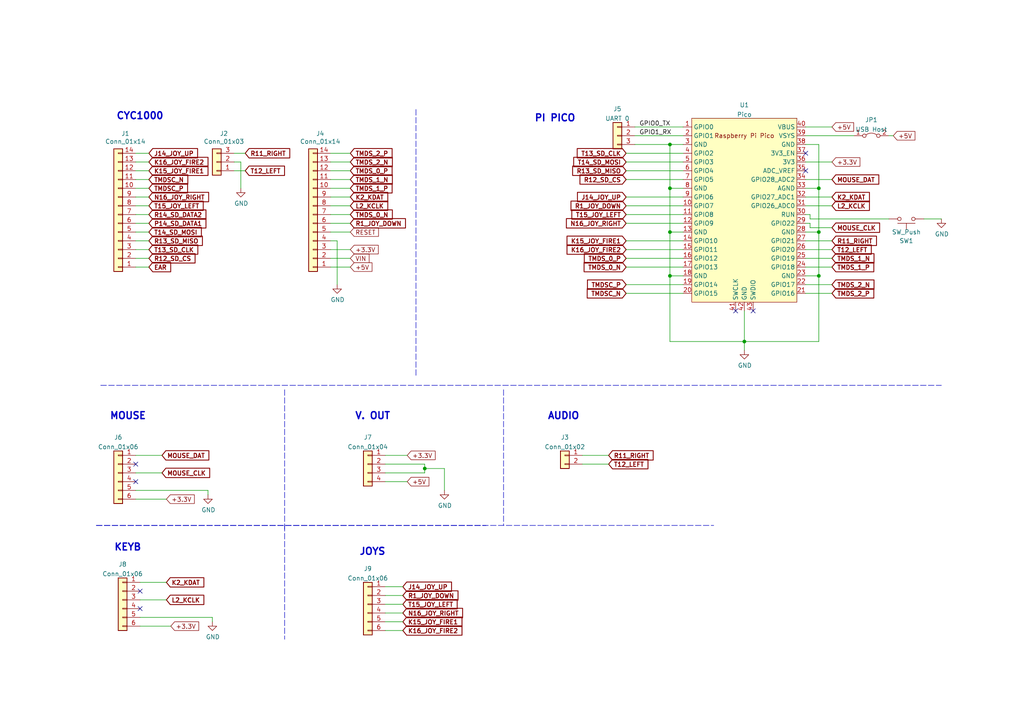
<source format=kicad_sch>
(kicad_sch (version 20211123) (generator eeschema)
  (paper "A4")
  (title_block (title "Atlas Pi Pico Adapter v0.2") (company "The Experiment Group"))
  (lib_symbols
    (symbol "Connector_Generic:Conn_01x02" (pin_names (offset 1.016) hide)
      (property "Reference" "J" (at 0 2.54 0))
      (property "Value" "Conn_01x02" (at 0 -5.08 0))
      (symbol "Conn_01x02_1_1"
        (rectangle (start -1.27 -2.413) (end 0 -2.667) (stroke (width 0.1524)))
        (rectangle (start -1.27 0.127) (end 0 -0.127) (stroke (width 0.1524)))
        (rectangle (start -1.27 1.27) (end 1.27 -3.81) (stroke (width 0.254)) (fill (type background)))
        (pin passive line (at -5.08 0 0) (length 3.81) (name "Pin_1") (number "1"))
        (pin passive line (at -5.08 -2.54 0) (length 3.81) (name "Pin_2") (number "2"))
      )
    )
    (symbol "Connector_Generic:Conn_01x03" (pin_names (offset 1.016) hide)
      (property "Reference" "J" (at 0 5.08 0))
      (property "Value" "Conn_01x03" (at 0 -5.08 0))
      (symbol "Conn_01x03_1_1"
        (rectangle (start -1.27 -2.413) (end 0 -2.667) (stroke (width 0.1524)))
        (rectangle (start -1.27 0.127) (end 0 -0.127) (stroke (width 0.1524)))
        (rectangle (start -1.27 2.667) (end 0 2.413) (stroke (width 0.1524)))
        (rectangle (start -1.27 3.81) (end 1.27 -3.81) (stroke (width 0.254)) (fill (type background)))
        (pin passive line (at -5.08 2.54 0) (length 3.81) (name "Pin_1") (number "1"))
        (pin passive line (at -5.08 0 0) (length 3.81) (name "Pin_2") (number "2"))
        (pin passive line (at -5.08 -2.54 0) (length 3.81) (name "Pin_3") (number "3"))
      )
    )
    (symbol "Connector_Generic:Conn_01x04" (pin_names (offset 1.016) hide)
      (property "Reference" "J" (at 0 5.08 0))
      (property "Value" "Conn_01x04" (at 0 -7.62 0))
      (symbol "Conn_01x04_1_1"
        (rectangle (start -1.27 -4.953) (end 0 -5.207) (stroke (width 0.1524)))
        (rectangle (start -1.27 -2.413) (end 0 -2.667) (stroke (width 0.1524)))
        (rectangle (start -1.27 0.127) (end 0 -0.127) (stroke (width 0.1524)))
        (rectangle (start -1.27 2.667) (end 0 2.413) (stroke (width 0.1524)))
        (rectangle (start -1.27 3.81) (end 1.27 -6.35) (stroke (width 0.254)) (fill (type background)))
        (pin passive line (at -5.08 2.54 0) (length 3.81) (name "Pin_1") (number "1"))
        (pin passive line (at -5.08 0 0) (length 3.81) (name "Pin_2") (number "2"))
        (pin passive line (at -5.08 -2.54 0) (length 3.81) (name "Pin_3") (number "3"))
        (pin passive line (at -5.08 -5.08 0) (length 3.81) (name "Pin_4") (number "4"))
      )
    )
    (symbol "Connector_Generic:Conn_01x06" (pin_names (offset 1.016) hide)
      (property "Reference" "J" (at 0 7.62 0))
      (property "Value" "Conn_01x06" (at 0 -10.16 0))
      (symbol "Conn_01x06_1_1"
        (rectangle (start -1.27 -7.493) (end 0 -7.747) (stroke (width 0.1524)))
        (rectangle (start -1.27 -4.953) (end 0 -5.207) (stroke (width 0.1524)))
        (rectangle (start -1.27 -2.413) (end 0 -2.667) (stroke (width 0.1524)))
        (rectangle (start -1.27 0.127) (end 0 -0.127) (stroke (width 0.1524)))
        (rectangle (start -1.27 2.667) (end 0 2.413) (stroke (width 0.1524)))
        (rectangle (start -1.27 5.207) (end 0 4.953) (stroke (width 0.1524)))
        (rectangle (start -1.27 6.35) (end 1.27 -8.89) (stroke (width 0.254)) (fill (type background)))
        (pin passive line (at -5.08 5.08 0) (length 3.81) (name "Pin_1") (number "1"))
        (pin passive line (at -5.08 2.54 0) (length 3.81) (name "Pin_2") (number "2"))
        (pin passive line (at -5.08 0 0) (length 3.81) (name "Pin_3") (number "3"))
        (pin passive line (at -5.08 -2.54 0) (length 3.81) (name "Pin_4") (number "4"))
        (pin passive line (at -5.08 -5.08 0) (length 3.81) (name "Pin_5") (number "5"))
        (pin passive line (at -5.08 -7.62 0) (length 3.81) (name "Pin_6") (number "6"))
      )
    )
    (symbol "Connector_Generic:Conn_01x14" (pin_names (offset 1.016) hide)
      (property "Reference" "J" (at 0 17.78 0))
      (property "Value" "Conn_01x14" (at 0 -20.32 0))
      (symbol "Conn_01x14_1_1"
        (rectangle (start -1.27 -17.653) (end 0 -17.907) (stroke (width 0.1524)))
        (rectangle (start -1.27 -15.113) (end 0 -15.367) (stroke (width 0.1524)))
        (rectangle (start -1.27 -12.573) (end 0 -12.827) (stroke (width 0.1524)))
        (rectangle (start -1.27 -10.033) (end 0 -10.287) (stroke (width 0.1524)))
        (rectangle (start -1.27 -7.493) (end 0 -7.747) (stroke (width 0.1524)))
        (rectangle (start -1.27 -4.953) (end 0 -5.207) (stroke (width 0.1524)))
        (rectangle (start -1.27 -2.413) (end 0 -2.667) (stroke (width 0.1524)))
        (rectangle (start -1.27 0.127) (end 0 -0.127) (stroke (width 0.1524)))
        (rectangle (start -1.27 2.667) (end 0 2.413) (stroke (width 0.1524)))
        (rectangle (start -1.27 5.207) (end 0 4.953) (stroke (width 0.1524)))
        (rectangle (start -1.27 7.747) (end 0 7.493) (stroke (width 0.1524)))
        (rectangle (start -1.27 10.287) (end 0 10.033) (stroke (width 0.1524)))
        (rectangle (start -1.27 12.827) (end 0 12.573) (stroke (width 0.1524)))
        (rectangle (start -1.27 15.367) (end 0 15.113) (stroke (width 0.1524)))
        (rectangle (start -1.27 16.51) (end 1.27 -19.05) (stroke (width 0.254)) (fill (type background)))
        (pin passive line (at -5.08 15.24 0) (length 3.81) (name "Pin_1") (number "1"))
        (pin passive line (at -5.08 -7.62 0) (length 3.81) (name "Pin_10") (number "10"))
        (pin passive line (at -5.08 -10.16 0) (length 3.81) (name "Pin_11") (number "11"))
        (pin passive line (at -5.08 -12.7 0) (length 3.81) (name "Pin_12") (number "12"))
        (pin passive line (at -5.08 -15.24 0) (length 3.81) (name "Pin_13") (number "13"))
        (pin passive line (at -5.08 -17.78 0) (length 3.81) (name "Pin_14") (number "14"))
        (pin passive line (at -5.08 12.7 0) (length 3.81) (name "Pin_2") (number "2"))
        (pin passive line (at -5.08 10.16 0) (length 3.81) (name "Pin_3") (number "3"))
        (pin passive line (at -5.08 7.62 0) (length 3.81) (name "Pin_4") (number "4"))
        (pin passive line (at -5.08 5.08 0) (length 3.81) (name "Pin_5") (number "5"))
        (pin passive line (at -5.08 2.54 0) (length 3.81) (name "Pin_6") (number "6"))
        (pin passive line (at -5.08 0 0) (length 3.81) (name "Pin_7") (number "7"))
        (pin passive line (at -5.08 -2.54 0) (length 3.81) (name "Pin_8") (number "8"))
        (pin passive line (at -5.08 -5.08 0) (length 3.81) (name "Pin_9") (number "9"))
      )
    )
    (symbol "Jumper:Jumper_2_Bridged" (pin_names (offset 0) hide)
      (property "Reference" "JP" (at 0 1.905 0))
      (property "Value" "Jumper_2_Bridged" (at 0 -2.54 0))
      (symbol "Jumper_2_Bridged_0_0"
        (circle (center -2.032 0) (radius 0.508))
        (circle (center 2.032 0) (radius 0.508))
      )
      (symbol "Jumper_2_Bridged_0_1"
        (arc (start 1.524 0.254) (mid 0 0.762) (end -1.524 0.254))
      )
      (symbol "Jumper_2_Bridged_1_1"
        (pin passive line (at -5.08 0 0) (length 2.54) (name "A") (number "1"))
        (pin passive line (at 5.08 0 180) (length 2.54) (name "B") (number "2"))
      )
    )
    (symbol "MCU_RaspberryPi_and_Boards:Pico"
      (property "Reference" "U" (at -13.97 27.94 0))
      (property "Value" "Pico" (at 0 19.05 0))
      (symbol "Pico_0_0"
        (text "Raspberry Pi Pico" (at 0 21.59 0) (effects (font (size 1.27 1.27))))
      )
      (symbol "Pico_0_1"
        (rectangle (start -15.24 26.67) (end 15.24 -26.67) (fill (type background)))
      )
      (symbol "Pico_1_1"
        (pin bidirectional line (at -17.78 24.13 0) (length 2.54) (name "GPIO0") (number "1"))
        (pin bidirectional line (at -17.78 1.27 0) (length 2.54) (name "GPIO7") (number "10"))
        (pin bidirectional line (at -17.78 -1.27 0) (length 2.54) (name "GPIO8") (number "11"))
        (pin bidirectional line (at -17.78 -3.81 0) (length 2.54) (name "GPIO9") (number "12"))
        (pin power_in line (at -17.78 -6.35 0) (length 2.54) (name "GND") (number "13"))
        (pin bidirectional line (at -17.78 -8.89 0) (length 2.54) (name "GPIO10") (number "14"))
        (pin bidirectional line (at -17.78 -11.43 0) (length 2.54) (name "GPIO11") (number "15"))
        (pin bidirectional line (at -17.78 -13.97 0) (length 2.54) (name "GPIO12") (number "16"))
        (pin bidirectional line (at -17.78 -16.51 0) (length 2.54) (name "GPIO13") (number "17"))
        (pin power_in line (at -17.78 -19.05 0) (length 2.54) (name "GND") (number "18"))
        (pin bidirectional line (at -17.78 -21.59 0) (length 2.54) (name "GPIO14") (number "19"))
        (pin bidirectional line (at -17.78 21.59 0) (length 2.54) (name "GPIO1") (number "2"))
        (pin bidirectional line (at -17.78 -24.13 0) (length 2.54) (name "GPIO15") (number "20"))
        (pin bidirectional line (at 17.78 -24.13 180) (length 2.54) (name "GPIO16") (number "21"))
        (pin bidirectional line (at 17.78 -21.59 180) (length 2.54) (name "GPIO17") (number "22"))
        (pin power_in line (at 17.78 -19.05 180) (length 2.54) (name "GND") (number "23"))
        (pin bidirectional line (at 17.78 -16.51 180) (length 2.54) (name "GPIO18") (number "24"))
        (pin bidirectional line (at 17.78 -13.97 180) (length 2.54) (name "GPIO19") (number "25"))
        (pin bidirectional line (at 17.78 -11.43 180) (length 2.54) (name "GPIO20") (number "26"))
        (pin bidirectional line (at 17.78 -8.89 180) (length 2.54) (name "GPIO21") (number "27"))
        (pin power_in line (at 17.78 -6.35 180) (length 2.54) (name "GND") (number "28"))
        (pin bidirectional line (at 17.78 -3.81 180) (length 2.54) (name "GPIO22") (number "29"))
        (pin power_in line (at -17.78 19.05 0) (length 2.54) (name "GND") (number "3"))
        (pin input line (at 17.78 -1.27 180) (length 2.54) (name "RUN") (number "30"))
        (pin bidirectional line (at 17.78 1.27 180) (length 2.54) (name "GPIO26_ADC0") (number "31"))
        (pin bidirectional line (at 17.78 3.81 180) (length 2.54) (name "GPIO27_ADC1") (number "32"))
        (pin power_in line (at 17.78 6.35 180) (length 2.54) (name "AGND") (number "33"))
        (pin bidirectional line (at 17.78 8.89 180) (length 2.54) (name "GPIO28_ADC2") (number "34"))
        (pin power_in line (at 17.78 11.43 180) (length 2.54) (name "ADC_VREF") (number "35"))
        (pin power_in line (at 17.78 13.97 180) (length 2.54) (name "3V3") (number "36"))
        (pin input line (at 17.78 16.51 180) (length 2.54) (name "3V3_EN") (number "37"))
        (pin bidirectional line (at 17.78 19.05 180) (length 2.54) (name "GND") (number "38"))
        (pin power_in line (at 17.78 21.59 180) (length 2.54) (name "VSYS") (number "39"))
        (pin bidirectional line (at -17.78 16.51 0) (length 2.54) (name "GPIO2") (number "4"))
        (pin power_in line (at 17.78 24.13 180) (length 2.54) (name "VBUS") (number "40"))
        (pin input line (at -2.54 -29.21 90) (length 2.54) (name "SWCLK") (number "41"))
        (pin power_in line (at 0 -29.21 90) (length 2.54) (name "GND") (number "42"))
        (pin bidirectional line (at 2.54 -29.21 90) (length 2.54) (name "SWDIO") (number "43"))
        (pin bidirectional line (at -17.78 13.97 0) (length 2.54) (name "GPIO3") (number "5"))
        (pin bidirectional line (at -17.78 11.43 0) (length 2.54) (name "GPIO4") (number "6"))
        (pin bidirectional line (at -17.78 8.89 0) (length 2.54) (name "GPIO5") (number "7"))
        (pin power_in line (at -17.78 6.35 0) (length 2.54) (name "GND") (number "8"))
        (pin bidirectional line (at -17.78 3.81 0) (length 2.54) (name "GPIO6") (number "9"))
      )
    )
    (symbol "Switch:SW_Push" (pin_numbers hide) (pin_names (offset 1.016) hide)
      (property "Reference" "SW" (at 1.27 2.54 0))
      (property "Value" "SW_Push" (at 0 -1.524 0))
      (symbol "SW_Push_0_1"
        (circle (center -2.032 0) (radius 0.508))
        (polyline (pts (xy 0 1.27) (xy 0 3.048)))
        (polyline (pts (xy 2.54 1.27) (xy -2.54 1.27)))
        (circle (center 2.032 0) (radius 0.508))
        (pin passive line (at -5.08 0 0) (length 2.54) (name "1") (number "1"))
        (pin passive line (at 5.08 0 180) (length 2.54) (name "2") (number "2"))
      )
    )
    (symbol "power:GND" (power) (pin_names (offset 0))
      (property "Value" "GND" (at 0 -3.81 0))
      (symbol "GND_0_1"
        (polyline (pts (xy 0 0) (xy 0 -1.27) (xy 1.27 -1.27) (xy 0 -2.54) (xy -1.27 -1.27) (xy 0 -1.27)))
      )
      (symbol "GND_1_1"
        (pin power_in line (at 0 0 270) (length 0) hide (name "GND") (number "1"))
      )
    )
  )
  (junction (at 123.19 135.89))
  (junction (at 194.31 41.91))
  (junction (at 194.31 54.61))
  (junction (at 215.9 99.06))
  (junction (at 237.49 67.31))
  (junction (at 237.49 80.01))
  (junction (at 194.31 80.01))
  (junction (at 237.49 54.61))
  (junction (at 194.31 67.31))
  (no_connect (at 233.68 49.53))
  (no_connect (at 233.68 44.45))
  (no_connect (at 39.37 134.62))
  (no_connect (at 39.37 139.7))
  (no_connect (at 40.64 171.45))
  (no_connect (at 40.64 176.53))
  (no_connect (at 213.36 90.17))
  (no_connect (at 218.44 90.17))
  (wire (pts (xy 111.76 134.62) (xy 123.19 134.62)))
  (wire (pts (xy 257.81 39.37) (xy 259.08 39.37)))
  (wire (pts (xy 101.6 74.93) (xy 95.885 74.93)))
  (wire (pts (xy 69.85 46.99) (xy 69.85 54.61)))
  (wire (pts (xy 43.18 72.39) (xy 39.37 72.39)))
  (wire (pts (xy 181.61 82.55) (xy 198.12 82.55)))
  (wire (pts (xy 181.61 72.39) (xy 198.12 72.39)))
  (wire (pts (xy 111.76 139.7) (xy 118.11 139.7)))
  (wire (pts (xy 40.64 181.61) (xy 49.53 181.61)))
  (wire (pts (xy 198.12 54.61) (xy 194.31 54.61)))
  (wire (pts (xy 128.905 142.24) (xy 128.905 135.89)))
  (wire (pts (xy 39.37 67.31) (xy 43.18 67.31)))
  (wire (pts (xy 123.19 135.89) (xy 123.19 137.16)))
  (wire (pts (xy 233.68 69.85) (xy 241.3 69.85)))
  (wire (pts (xy 237.49 67.31) (xy 237.49 80.01)))
  (wire (pts (xy 95.885 72.39) (xy 101.6 72.39)))
  (wire (pts (xy 215.9 99.06) (xy 215.9 101.6)))
  (wire (pts (xy 233.68 52.07) (xy 241.3 52.07)))
  (wire (pts (xy 184.15 41.91) (xy 194.31 41.91)))
  (wire (pts (xy 194.31 54.61) (xy 194.31 67.31)))
  (wire (pts (xy 61.595 179.07) (xy 61.595 180.34)))
  (wire (pts (xy 234.95 62.23) (xy 234.95 63.5)))
  (wire (pts (xy 95.885 46.99) (xy 101.6 46.99)))
  (wire (pts (xy 39.37 44.45) (xy 43.18 44.45)))
  (wire (pts (xy 39.37 57.15) (xy 43.18 57.15)))
  (wire (pts (xy 181.61 69.85) (xy 198.12 69.85)))
  (wire (pts (xy 95.885 54.61) (xy 101.6 54.61)))
  (wire (pts (xy 181.61 59.69) (xy 198.12 59.69)))
  (wire (pts (xy 111.76 170.18) (xy 116.84 170.18)))
  (wire (pts (xy 39.37 74.93) (xy 43.18 74.93)))
  (wire (pts (xy 237.49 80.01) (xy 237.49 99.06)))
  (wire (pts (xy 40.64 168.91) (xy 48.26 168.91)))
  (wire (pts (xy 233.68 46.99) (xy 241.3 46.99)))
  (wire (pts (xy 181.61 77.47) (xy 198.12 77.47)))
  (wire (pts (xy 234.95 63.5) (xy 257.81 63.5)))
  (wire (pts (xy 95.885 52.07) (xy 101.6 52.07)))
  (wire (pts (xy 111.76 172.72) (xy 116.84 172.72)))
  (wire (pts (xy 123.19 134.62) (xy 123.19 135.89)))
  (wire (pts (xy 233.68 41.91) (xy 237.49 41.91)))
  (wire (pts (xy 95.885 44.45) (xy 101.6 44.45)))
  (wire (pts (xy 95.885 69.85) (xy 97.79 69.85)))
  (polyline (pts (xy 146.05 113.03) (xy 146.05 152.4)))
  (wire (pts (xy 95.885 59.69) (xy 101.6 59.69)))
  (wire (pts (xy 184.15 36.83) (xy 198.12 36.83)))
  (wire (pts (xy 111.76 182.88) (xy 116.84 182.88)))
  (wire (pts (xy 111.76 132.08) (xy 118.11 132.08)))
  (wire (pts (xy 194.31 80.01) (xy 198.12 80.01)))
  (wire (pts (xy 181.61 62.23) (xy 198.12 62.23)))
  (wire (pts (xy 184.15 39.37) (xy 198.12 39.37)))
  (wire (pts (xy 60.325 142.24) (xy 60.325 143.51)))
  (wire (pts (xy 233.68 82.55) (xy 241.3 82.55)))
  (wire (pts (xy 95.885 64.77) (xy 101.6 64.77)))
  (wire (pts (xy 95.885 77.47) (xy 101.6 77.47)))
  (wire (pts (xy 67.945 49.53) (xy 71.12 49.53)))
  (polyline (pts (xy 27.94 152.4) (xy 140.97 152.4)))
  (wire (pts (xy 111.76 177.8) (xy 116.84 177.8)))
  (wire (pts (xy 39.37 77.47) (xy 43.18 77.47)))
  (wire (pts (xy 181.61 49.53) (xy 198.12 49.53)))
  (wire (pts (xy 194.31 80.01) (xy 194.31 99.06)))
  (wire (pts (xy 215.9 90.17) (xy 215.9 99.06)))
  (polyline (pts (xy 27.94 152.4) (xy 207.01 152.4)))
  (wire (pts (xy 111.76 137.16) (xy 123.19 137.16)))
  (polyline (pts (xy 29.21 111.76) (xy 273.05 111.76)))
  (wire (pts (xy 95.885 62.23) (xy 101.6 62.23)))
  (polyline (pts (xy 82.55 113.03) (xy 82.55 153.67)))
  (polyline (pts (xy 82.55 152.4) (xy 82.55 185.42)))
  (wire (pts (xy 233.68 57.15) (xy 241.3 57.15)))
  (wire (pts (xy 233.68 80.01) (xy 237.49 80.01)))
  (wire (pts (xy 39.37 132.08) (xy 46.99 132.08)))
  (wire (pts (xy 233.68 85.09) (xy 241.3 85.09)))
  (wire (pts (xy 233.68 62.23) (xy 234.95 62.23)))
  (wire (pts (xy 194.31 99.06) (xy 215.9 99.06)))
  (wire (pts (xy 95.885 49.53) (xy 101.6 49.53)))
  (wire (pts (xy 40.64 173.99) (xy 48.26 173.99)))
  (wire (pts (xy 168.91 132.08) (xy 176.53 132.08)))
  (wire (pts (xy 111.76 180.34) (xy 116.84 180.34)))
  (wire (pts (xy 43.18 69.85) (xy 39.37 69.85)))
  (polyline (pts (xy 120.65 31.75) (xy 120.65 109.22)))
  (wire (pts (xy 233.68 77.47) (xy 241.3 77.47)))
  (wire (pts (xy 181.61 64.77) (xy 198.12 64.77)))
  (wire (pts (xy 194.31 67.31) (xy 198.12 67.31)))
  (wire (pts (xy 194.31 41.91) (xy 194.31 54.61)))
  (wire (pts (xy 181.61 85.09) (xy 198.12 85.09)))
  (wire (pts (xy 233.68 74.93) (xy 241.3 74.93)))
  (wire (pts (xy 233.68 64.77) (xy 234.95 64.77)))
  (wire (pts (xy 233.68 54.61) (xy 237.49 54.61)))
  (wire (pts (xy 233.68 59.69) (xy 241.3 59.69)))
  (wire (pts (xy 39.37 62.23) (xy 43.18 62.23)))
  (wire (pts (xy 267.97 63.5) (xy 273.05 63.5)))
  (wire (pts (xy 39.37 142.24) (xy 60.325 142.24)))
  (wire (pts (xy 97.79 69.85) (xy 97.79 82.55)))
  (wire (pts (xy 39.37 137.16) (xy 46.99 137.16)))
  (wire (pts (xy 233.68 72.39) (xy 241.3 72.39)))
  (wire (pts (xy 237.49 41.91) (xy 237.49 54.61)))
  (wire (pts (xy 234.95 66.04) (xy 241.3 66.04)))
  (wire (pts (xy 181.61 52.07) (xy 198.12 52.07)))
  (wire (pts (xy 43.18 64.77) (xy 39.37 64.77)))
  (wire (pts (xy 67.945 44.45) (xy 71.12 44.45)))
  (wire (pts (xy 168.91 134.62) (xy 176.53 134.62)))
  (wire (pts (xy 128.905 135.89) (xy 123.19 135.89)))
  (wire (pts (xy 233.68 36.83) (xy 241.3 36.83)))
  (wire (pts (xy 181.61 74.93) (xy 198.12 74.93)))
  (wire (pts (xy 215.9 99.06) (xy 237.49 99.06)))
  (wire (pts (xy 181.61 44.45) (xy 198.12 44.45)))
  (wire (pts (xy 39.37 54.61) (xy 43.18 54.61)))
  (wire (pts (xy 95.885 67.31) (xy 101.6 67.31)))
  (wire (pts (xy 39.37 144.78) (xy 48.26 144.78)))
  (wire (pts (xy 181.61 46.99) (xy 198.12 46.99)))
  (wire (pts (xy 234.95 64.77) (xy 234.95 66.04)))
  (wire (pts (xy 181.61 57.15) (xy 198.12 57.15)))
  (wire (pts (xy 39.37 52.07) (xy 43.18 52.07)))
  (wire (pts (xy 39.37 46.99) (xy 43.18 46.99)))
  (wire (pts (xy 95.885 57.15) (xy 101.6 57.15)))
  (wire (pts (xy 194.31 41.91) (xy 198.12 41.91)))
  (wire (pts (xy 39.37 49.53) (xy 43.18 49.53)))
  (wire (pts (xy 233.68 39.37) (xy 247.65 39.37)))
  (wire (pts (xy 39.37 59.69) (xy 43.18 59.69)))
  (wire (pts (xy 237.49 54.61) (xy 237.49 67.31)))
  (wire (pts (xy 111.76 175.26) (xy 116.84 175.26)))
  (wire (pts (xy 67.945 46.99) (xy 69.85 46.99)))
  (wire (pts (xy 194.31 67.31) (xy 194.31 80.01)))
  (wire (pts (xy 233.68 67.31) (xy 237.49 67.31)))
  (wire (pts (xy 40.64 179.07) (xy 61.595 179.07)))
  (text "MOUSE" (at 31.75 121.92 0) (effects (font (size 2.0066 2.0066) (thickness 0.4013) bold) (justify left bottom)))
  (text "CYC1000" (at 33.655 34.925 0) (effects (font (size 2.0066 2.0066) (thickness 0.4013) bold) (justify left bottom)))
  (text "AUDIO" (at 158.75 121.92 0) (effects (font (size 2.0066 2.0066) (thickness 0.4013) bold) (justify left bottom)))
  (text "KEYB" (at 33.02 160.02 0) (effects (font (size 2.0066 2.0066) (thickness 0.4013) bold) (justify left bottom)))
  (text "JOYS" (at 104.14 161.29 0) (effects (font (size 2.0066 2.0066) (thickness 0.4013) bold) (justify left bottom)))
  (text "PI PICO" (at 154.94 35.56 0) (effects (font (size 2.0066 2.0066) (thickness 0.4013) bold) (justify left bottom)))
  (text "V. OUT" (at 102.87 121.92 0) (effects (font (size 2.0066 2.0066) (thickness 0.4013) bold) (justify left bottom)))
  (label "GPIO1_RX" (at 185.42 39.37 0))
  (label "GPIO0_TX" (at 185.42 36.83 0))
  (global_label "R13_SD_MISO" (shape input) (at 43.18 69.85 0) (effects (font (thickness 0.254) bold)) (property "Intersheet References" "${INTERSHEET_REFS}" (effects hide)))
  (global_label "TMDS_0_N" (shape input) (at 181.61 77.47 180) (effects (font (thickness 0.254) bold)) (property "Intersheet References" "${INTERSHEET_REFS}" (effects hide)))
  (global_label "R1_JOY_DOWN" (shape input) (at 116.84 172.72 0) (effects (font (thickness 0.254) bold)) (property "Intersheet References" "${INTERSHEET_REFS}" (effects hide)))
  (global_label "T15_JOY_LEFT" (shape input) (at 116.84 175.26 0) (effects (font (thickness 0.254) bold)) (property "Intersheet References" "${INTERSHEET_REFS}" (effects hide)))
  (global_label "+5V" (shape input) (at 241.3 36.83 0) (property "Intersheet References" "${INTERSHEET_REFS}" (effects hide)))
  (global_label "T14_SD_MOSI" (shape input) (at 43.18 67.31 0) (effects (font (thickness 0.254) bold)) (property "Intersheet References" "${INTERSHEET_REFS}" (effects hide)))
  (global_label "TMDSC_N" (shape input) (at 43.18 52.07 0) (effects (font (thickness 0.254) bold)) (property "Intersheet References" "${INTERSHEET_REFS}" (effects hide)))
  (global_label "TMDS_1_N" (shape input) (at 101.6 52.07 0) (effects (font (thickness 0.254) bold)) (property "Intersheet References" "${INTERSHEET_REFS}" (effects hide)))
  (global_label "TMDSC_P" (shape input) (at 181.61 82.55 180) (effects (font (thickness 0.254) bold)) (property "Intersheet References" "${INTERSHEET_REFS}" (effects hide)))
  (global_label "T12_LEFT" (shape input) (at 176.53 134.62 0) (effects (font (thickness 0.254) bold)) (property "Intersheet References" "${INTERSHEET_REFS}" (effects hide)))
  (global_label "R1_JOY_DOWN" (shape input) (at 101.6 64.77 0) (effects (font (thickness 0.254) bold)) (property "Intersheet References" "${INTERSHEET_REFS}" (effects hide)))
  (global_label "+5V" (shape input) (at 101.6 77.47 0) (property "Intersheet References" "${INTERSHEET_REFS}" (effects hide)))
  (global_label "TMDS_1_N" (shape input) (at 241.3 74.93 0) (effects (font (thickness 0.254) bold)) (property "Intersheet References" "${INTERSHEET_REFS}" (effects hide)))
  (global_label "MOUSE_CLK" (shape input) (at 241.3 66.04 0) (effects (font (thickness 0.254) bold)) (property "Intersheet References" "${INTERSHEET_REFS}" (effects hide)))
  (global_label "L2_KCLK" (shape input) (at 48.26 173.99 0) (effects (font (thickness 0.254) bold)) (property "Intersheet References" "${INTERSHEET_REFS}" (effects hide)))
  (global_label "K15_JOY_FIRE1" (shape input) (at 43.18 49.53 0) (effects (font (thickness 0.254) bold)) (property "Intersheet References" "${INTERSHEET_REFS}" (effects hide)))
  (global_label "TMDSC_N" (shape input) (at 181.61 85.09 180) (effects (font (thickness 0.254) bold)) (property "Intersheet References" "${INTERSHEET_REFS}" (effects hide)))
  (global_label "TMDS_1_P" (shape input) (at 101.6 54.61 0) (effects (font (thickness 0.254) bold)) (property "Intersheet References" "${INTERSHEET_REFS}" (effects hide)))
  (global_label "R12_SD_CS" (shape input) (at 43.18 74.93 0) (effects (font (thickness 0.254) bold)) (property "Intersheet References" "${INTERSHEET_REFS}" (effects hide)))
  (global_label "EAR" (shape input) (at 43.18 77.47 0) (effects (font (thickness 0.254) bold)) (property "Intersheet References" "${INTERSHEET_REFS}" (effects hide)))
  (global_label "K2_KDAT" (shape input) (at 48.26 168.91 0) (effects (font (thickness 0.254) bold)) (property "Intersheet References" "${INTERSHEET_REFS}" (effects hide)))
  (global_label "TMDS_2_N" (shape input) (at 241.3 82.55 0) (effects (font (thickness 0.254) bold)) (property "Intersheet References" "${INTERSHEET_REFS}" (effects hide)))
  (global_label "R1_JOY_DOWN" (shape input) (at 181.61 59.69 180) (effects (font (thickness 0.254) bold)) (property "Intersheet References" "${INTERSHEET_REFS}" (effects hide)))
  (global_label "R11_RIGHT" (shape input) (at 176.53 132.08 0) (effects (font (thickness 0.254) bold)) (property "Intersheet References" "${INTERSHEET_REFS}" (effects hide)))
  (global_label "TMDS_0_P" (shape input) (at 101.6 49.53 0) (effects (font (thickness 0.254) bold)) (property "Intersheet References" "${INTERSHEET_REFS}" (effects hide)))
  (global_label "K16_JOY_FIRE2" (shape input) (at 43.18 46.99 0) (effects (font (thickness 0.254) bold)) (property "Intersheet References" "${INTERSHEET_REFS}" (effects hide)))
  (global_label "+5V" (shape input) (at 259.08 39.37 0) (property "Intersheet References" "${INTERSHEET_REFS}" (effects hide)))
  (global_label "+3.3V" (shape input) (at 241.3 46.99 0) (property "Intersheet References" "${INTERSHEET_REFS}" (effects hide)))
  (global_label "T12_LEFT" (shape input) (at 241.3 72.39 0) (effects (font (thickness 0.254) bold)) (property "Intersheet References" "${INTERSHEET_REFS}" (effects hide)))
  (global_label "N16_JOY_RIGHT" (shape input) (at 43.18 57.15 0) (effects (font (thickness 0.254) bold)) (property "Intersheet References" "${INTERSHEET_REFS}" (effects hide)))
  (global_label "T12_LEFT" (shape input) (at 71.12 49.53 0) (effects (font (thickness 0.254) bold)) (property "Intersheet References" "${INTERSHEET_REFS}" (effects hide)))
  (global_label "K2_KDAT" (shape input) (at 241.3 57.15 0) (effects (font (thickness 0.254) bold)) (property "Intersheet References" "${INTERSHEET_REFS}" (effects hide)))
  (global_label "R11_RIGHT" (shape input) (at 241.3 69.85 0) (effects (font (thickness 0.254) bold)) (property "Intersheet References" "${INTERSHEET_REFS}" (effects hide)))
  (global_label "T13_SD_CLK" (shape input) (at 43.18 72.39 0) (effects (font (thickness 0.254) bold)) (property "Intersheet References" "${INTERSHEET_REFS}" (effects hide)))
  (global_label "MOUSE_CLK" (shape input) (at 46.99 137.16 0) (effects (font (thickness 0.254) bold)) (property "Intersheet References" "${INTERSHEET_REFS}" (effects hide)))
  (global_label "P14_SD_DATA1" (shape input) (at 43.18 64.77 0) (effects (font (thickness 0.254) bold)) (property "Intersheet References" "${INTERSHEET_REFS}" (effects hide)))
  (global_label "L2_KCLK" (shape input) (at 241.3 59.69 0) (effects (font (thickness 0.254) bold)) (property "Intersheet References" "${INTERSHEET_REFS}" (effects hide)))
  (global_label "+3.3V" (shape input) (at 48.26 144.78 0) (property "Intersheet References" "${INTERSHEET_REFS}" (effects hide)))
  (global_label "+3.3V" (shape input) (at 49.53 181.61 0) (property "Intersheet References" "${INTERSHEET_REFS}" (effects hide)))
  (global_label "+3.3V" (shape input) (at 101.6 72.39 0) (property "Intersheet References" "${INTERSHEET_REFS}" (effects hide)))
  (global_label "K15_JOY_FIRE1" (shape input) (at 181.61 69.85 180) (effects (font (thickness 0.254) bold)) (property "Intersheet References" "${INTERSHEET_REFS}" (effects hide)))
  (global_label "R13_SD_MISO" (shape input) (at 181.61 49.53 180) (effects (font (thickness 0.254) bold)) (property "Intersheet References" "${INTERSHEET_REFS}" (effects hide)))
  (global_label "+3.3V" (shape input) (at 118.11 132.08 0) (property "Intersheet References" "${INTERSHEET_REFS}" (effects hide)))
  (global_label "+5V" (shape input) (at 118.11 139.7 0) (property "Intersheet References" "${INTERSHEET_REFS}" (effects hide)))
  (global_label "T15_JOY_LEFT" (shape input) (at 181.61 62.23 180) (effects (font (thickness 0.254) bold)) (property "Intersheet References" "${INTERSHEET_REFS}" (effects hide)))
  (global_label "VIN" (shape input) (at 101.6 74.93 0) (property "Intersheet References" "${INTERSHEET_REFS}" (effects hide)))
  (global_label "T14_SD_MOSI" (shape input) (at 181.61 46.99 180) (effects (font (thickness 0.254) bold)) (property "Intersheet References" "${INTERSHEET_REFS}" (effects hide)))
  (global_label "TMDS_2_P" (shape input) (at 101.6 44.45 0) (effects (font (thickness 0.254) bold)) (property "Intersheet References" "${INTERSHEET_REFS}" (effects hide)))
  (global_label "TMDS_1_P" (shape input) (at 241.3 77.47 0) (effects (font (thickness 0.254) bold)) (property "Intersheet References" "${INTERSHEET_REFS}" (effects hide)))
  (global_label "J14_JOY_UP" (shape input) (at 181.61 57.15 180) (effects (font (thickness 0.254) bold)) (property "Intersheet References" "${INTERSHEET_REFS}" (effects hide)))
  (global_label "N16_JOY_RIGHT" (shape input) (at 116.84 177.8 0) (effects (font (thickness 0.254) bold)) (property "Intersheet References" "${INTERSHEET_REFS}" (effects hide)))
  (global_label "TMDS_2_N" (shape input) (at 101.6 46.99 0) (effects (font (thickness 0.254) bold)) (property "Intersheet References" "${INTERSHEET_REFS}" (effects hide)))
  (global_label "K15_JOY_FIRE1" (shape input) (at 116.84 180.34 0) (effects (font (thickness 0.254) bold)) (property "Intersheet References" "${INTERSHEET_REFS}" (effects hide)))
  (global_label "RESET" (shape input) (at 101.6 67.31 0) (property "Intersheet References" "${INTERSHEET_REFS}" (effects hide)))
  (global_label "L2_KCLK" (shape input) (at 101.6 59.69 0) (effects (font (thickness 0.254) bold)) (property "Intersheet References" "${INTERSHEET_REFS}" (effects hide)))
  (global_label "K2_KDAT" (shape input) (at 101.6 57.15 0) (effects (font (thickness 0.254) bold)) (property "Intersheet References" "${INTERSHEET_REFS}" (effects hide)))
  (global_label "MOUSE_DAT" (shape input) (at 241.3 52.07 0) (effects (font (thickness 0.254) bold)) (property "Intersheet References" "${INTERSHEET_REFS}" (effects hide)))
  (global_label "R14_SD_DATA2" (shape input) (at 43.18 62.23 0) (effects (font (thickness 0.254) bold)) (property "Intersheet References" "${INTERSHEET_REFS}" (effects hide)))
  (global_label "K16_JOY_FIRE2" (shape input) (at 181.61 72.39 180) (effects (font (thickness 0.254) bold)) (property "Intersheet References" "${INTERSHEET_REFS}" (effects hide)))
  (global_label "MOUSE_DAT" (shape input) (at 46.99 132.08 0) (effects (font (thickness 0.254) bold)) (property "Intersheet References" "${INTERSHEET_REFS}" (effects hide)))
  (global_label "TMDS_2_P" (shape input) (at 241.3 85.09 0) (effects (font (thickness 0.254) bold)) (property "Intersheet References" "${INTERSHEET_REFS}" (effects hide)))
  (global_label "TMDS_0_P" (shape input) (at 181.61 74.93 180) (effects (font (thickness 0.254) bold)) (property "Intersheet References" "${INTERSHEET_REFS}" (effects hide)))
  (global_label "R12_SD_CS" (shape input) (at 181.61 52.07 180) (effects (font (thickness 0.254) bold)) (property "Intersheet References" "${INTERSHEET_REFS}" (effects hide)))
  (global_label "K16_JOY_FIRE2" (shape input) (at 116.84 182.88 0) (effects (font (thickness 0.254) bold)) (property "Intersheet References" "${INTERSHEET_REFS}" (effects hide)))
  (global_label "J14_JOY_UP" (shape input) (at 116.84 170.18 0) (effects (font (thickness 0.254) bold)) (property "Intersheet References" "${INTERSHEET_REFS}" (effects hide)))
  (global_label "N16_JOY_RIGHT" (shape input) (at 181.61 64.77 180) (effects (font (thickness 0.254) bold)) (property "Intersheet References" "${INTERSHEET_REFS}" (effects hide)))
  (global_label "TMDS_0_N" (shape input) (at 101.6 62.23 0) (effects (font (thickness 0.254) bold)) (property "Intersheet References" "${INTERSHEET_REFS}" (effects hide)))
  (global_label "T15_JOY_LEFT" (shape input) (at 43.18 59.69 0) (effects (font (thickness 0.254) bold)) (property "Intersheet References" "${INTERSHEET_REFS}" (effects hide)))
  (global_label "T13_SD_CLK" (shape input) (at 181.61 44.45 180) (effects (font (thickness 0.254) bold)) (property "Intersheet References" "${INTERSHEET_REFS}" (effects hide)))
  (global_label "J14_JOY_UP" (shape input) (at 43.18 44.45 0) (effects (font (thickness 0.254) bold)) (property "Intersheet References" "${INTERSHEET_REFS}" (effects hide)))
  (global_label "TMDSC_P" (shape input) (at 43.18 54.61 0) (effects (font (thickness 0.254) bold)) (property "Intersheet References" "${INTERSHEET_REFS}" (effects hide)))
  (global_label "R11_RIGHT" (shape input) (at 71.12 44.45 0) (effects (font (thickness 0.254) bold)) (property "Intersheet References" "${INTERSHEET_REFS}" (effects hide)))
  (symbol (lib_id "Connector_Generic:Conn_01x02") (at 163.83 132.08 0) (mirror y) (unit 1)
    (property "Reference" "J3" (at 163.83 126.8435 0))
    (property "Value" "Conn_01x02" (at 163.83 129.6186 0))
    (property "Footprint" "Connector_PinHeader_2.54mm:PinHeader_1x02_P2.54mm_Vertical" (effects hide))
  )
  (symbol (lib_id "Jumper:Jumper_2_Bridged") (at 252.73 39.37 0) (unit 1)
    (property "Reference" "JP1" (at 252.73 34.7685 0))
    (property "Value" "USB Host" (at 252.73 37.5436 0))
    (property "Footprint" "Connector_PinHeader_2.54mm:PinHeader_1x02_P2.54mm_Vertical" (effects hide))
  )
  (symbol (lib_id "power:GND") (at 60.325 143.51 0) (unit 1)
    (property "Reference" "#PWR06" (effects hide))
    (property "Value" "GND" (at 60.452 147.9042 0))
  )
  (symbol (lib_id "power:GND") (at 215.9 101.6 0) (unit 1)
    (property "Reference" "#PWR04" (effects hide))
    (property "Value" "GND" (at 216.027 105.9942 0))
  )
  (symbol (lib_id "Connector_Generic:Conn_01x14") (at 90.805 62.23 180) (unit 1)
    (property "Reference" "J4" (at 92.8878 38.735 0))
    (property "Value" "Conn_01x14" (at 92.8878 41.0464 0))
    (property "Footprint" "Connector_PinHeader_2.54mm:PinHeader_1x14_P2.54mm_Vertical" (effects hide))
  )
  (symbol (lib_id "Connector_Generic:Conn_01x04") (at 106.68 134.62 0) (mirror y) (unit 1)
    (property "Reference" "J7" (at 106.68 126.8435 0))
    (property "Value" "Conn_01x04" (at 106.68 129.6186 0))
    (property "Footprint" "Connector_PinHeader_2.54mm:PinHeader_1x04_P2.54mm_Vertical" (effects hide))
  )
  (symbol (lib_id "power:GND") (at 97.79 82.55 0) (unit 1)
    (property "Reference" "#PWR03" (effects hide))
    (property "Value" "GND" (at 97.917 86.9442 0))
  )
  (symbol (lib_id "Connector_Generic:Conn_01x06") (at 35.56 173.99 0) (mirror y) (unit 1)
    (property "Reference" "J8" (at 35.56 163.6735 0))
    (property "Value" "Conn_01x06" (at 35.56 166.4486 0))
    (property "Footprint" "Connector_PinHeader_2.54mm:PinHeader_1x06_P2.54mm_Vertical" (effects hide))
  )
  (symbol (lib_id "power:GND") (at 128.905 142.24 0) (unit 1)
    (property "Reference" "#PWR07" (effects hide))
    (property "Value" "GND" (at 129.032 146.6342 0))
  )
  (symbol (lib_id "Connector_Generic:Conn_01x03") (at 62.865 46.99 180) (unit 1)
    (property "Reference" "J2" (at 64.9478 38.735 0))
    (property "Value" "Conn_01x03" (at 64.9478 41.0464 0))
    (property "Footprint" "Connector_PinHeader_2.54mm:PinHeader_1x03_P2.54mm_Vertical" (effects hide))
  )
  (symbol (lib_id "Connector_Generic:Conn_01x06") (at 106.68 175.26 0) (mirror y) (unit 1)
    (property "Reference" "J9" (at 106.68 164.9435 0))
    (property "Value" "Conn_01x06" (at 106.68 167.7186 0))
    (property "Footprint" "Connector_PinHeader_2.54mm:PinHeader_1x06_P2.54mm_Vertical" (effects hide))
  )
  (symbol (lib_id "Connector_Generic:Conn_01x06") (at 34.29 137.16 0) (mirror y) (unit 1)
    (property "Reference" "J6" (at 34.29 126.8435 0))
    (property "Value" "Conn_01x06" (at 34.29 129.6186 0))
    (property "Footprint" "Connector_PinHeader_2.54mm:PinHeader_1x06_P2.54mm_Vertical" (effects hide))
  )
  (symbol (lib_id "Switch:SW_Push") (at 262.89 63.5 0) (mirror x) (unit 1)
    (property "Reference" "SW1" (at 262.89 69.85 0))
    (property "Value" "SW_Push" (at 262.89 67.31 0))
    (property "Footprint" "Button_Switch_THT:SW_PUSH_6mm" (effects hide))
  )
  (symbol (lib_id "Connector_Generic:Conn_01x14") (at 34.29 62.23 180) (unit 1)
    (property "Reference" "J1" (at 36.3728 38.735 0))
    (property "Value" "Conn_01x14" (at 36.3728 41.0464 0))
    (property "Footprint" "Connector_PinHeader_2.54mm:PinHeader_1x14_P2.54mm_Vertical" (effects hide))
  )
  (symbol (lib_id "power:GND") (at 61.595 180.34 0) (unit 1)
    (property "Reference" "#PWR02" (effects hide))
    (property "Value" "GND" (at 61.722 184.7342 0))
  )
  (symbol (lib_id "power:GND") (at 69.85 54.61 0) (unit 1)
    (property "Reference" "#PWR01" (effects hide))
    (property "Value" "GND" (at 69.977 59.0042 0))
  )
  (symbol (lib_id "MCU_RaspberryPi_and_Boards:Pico") (at 215.9 60.96 0) (unit 1)
    (property "Reference" "U1" (at 215.9 30.4505 0))
    (property "Value" "Pico" (at 215.9 33.2256 0))
    (property "Footprint" "RP-Pico Libraries:RPi_Pico_SMD_TH" (effects hide))
  )
  (symbol (lib_id "power:GND") (at 273.05 63.5 0) (unit 1)
    (property "Reference" "#PWR05" (effects hide))
    (property "Value" "GND" (at 273.177 67.8942 0))
  )
  (symbol (lib_id "Connector_Generic:Conn_01x03") (at 179.07 39.37 0) (mirror y) (unit 1)
    (property "Reference" "J5" (at 179.07 31.5935 0))
    (property "Value" "UART 0" (at 179.07 34.3686 0))
    (property "Footprint" "Connector_PinHeader_2.54mm:PinHeader_1x03_P2.54mm_Vertical" (effects hide))
  )
)
</source>
